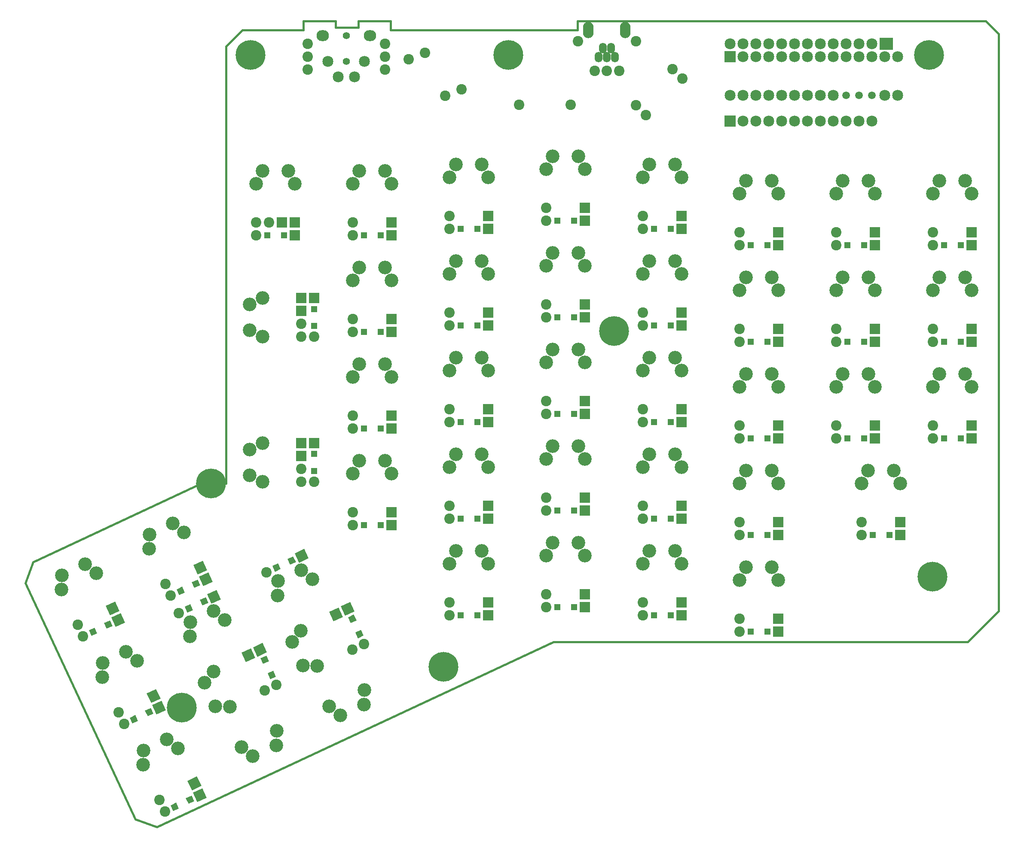
<source format=gbs>
G04 (created by PCBNEW (2013-07-07 BZR 4022)-stable) date 2016/07/10 20:03:31*
%MOIN*%
G04 Gerber Fmt 3.4, Leading zero omitted, Abs format*
%FSLAX34Y34*%
G01*
G70*
G90*
G04 APERTURE LIST*
%ADD10C,0.00590551*%
%ADD11C,0.015*%
%ADD12C,0.085*%
%ADD13R,0.085X0.085*%
%ADD14C,0.059*%
%ADD15C,0.081*%
%ADD16R,0.081X0.081*%
%ADD17O,0.061X0.081*%
%ADD18O,0.083X0.126*%
%ADD19C,0.106*%
%ADD20R,0.056X0.096*%
%ADD21O,0.097X0.085*%
%ADD22C,0.055*%
%ADD23R,0.049X0.049*%
%ADD24C,0.231*%
G04 APERTURE END LIST*
G54D10*
G54D11*
X82200Y-60200D02*
X77400Y-60200D01*
X84600Y-57800D02*
X82200Y-60200D01*
X84600Y-45600D02*
X84600Y-57800D01*
X84600Y-31000D02*
X84600Y-45600D01*
X84600Y-13000D02*
X84600Y-31000D01*
X83600Y-12000D02*
X84600Y-13000D01*
X56400Y-12000D02*
X83600Y-12000D01*
X50060Y-60200D02*
X77320Y-60200D01*
X56460Y-12000D02*
X51930Y-12000D01*
X51930Y-12000D02*
X51930Y-12700D01*
X51930Y-12700D02*
X37420Y-12700D01*
X37420Y-12700D02*
X37420Y-12000D01*
X37420Y-12000D02*
X34925Y-12000D01*
X34925Y-12000D02*
X34925Y-12500D01*
X34925Y-12500D02*
X33155Y-12500D01*
X33155Y-12500D02*
X33155Y-12000D01*
X33155Y-12000D02*
X30660Y-12000D01*
X30660Y-12000D02*
X30660Y-12700D01*
X30660Y-12700D02*
X25910Y-12700D01*
X25910Y-12700D02*
X24650Y-13950D01*
X24650Y-13950D02*
X24650Y-47900D01*
X24650Y-47900D02*
X22720Y-47900D01*
X22720Y-47900D02*
X9692Y-53975D01*
X9692Y-53975D02*
X9087Y-55636D01*
X9087Y-55636D02*
X17624Y-73944D01*
X17624Y-73944D02*
X19285Y-74548D01*
X19285Y-74548D02*
X50060Y-60200D01*
G54D12*
X64750Y-14750D03*
X65750Y-14750D03*
X66750Y-14750D03*
X67750Y-14750D03*
X68750Y-14750D03*
X69750Y-14750D03*
X70750Y-14750D03*
X71750Y-14750D03*
X72750Y-14750D03*
X73750Y-14750D03*
X74750Y-14750D03*
X75750Y-14750D03*
X76750Y-14750D03*
G54D13*
X63750Y-14750D03*
G54D12*
X76750Y-17750D03*
X75750Y-17750D03*
G54D14*
X74750Y-17750D03*
X73750Y-17750D03*
X72750Y-17750D03*
G54D12*
X71750Y-17750D03*
X70750Y-17750D03*
X69750Y-17750D03*
X68750Y-17750D03*
X67750Y-17750D03*
X66750Y-17750D03*
X65750Y-17750D03*
X64750Y-17750D03*
X63750Y-17750D03*
G54D15*
X21000Y-57947D03*
G54D10*
G36*
X21647Y-57916D02*
X21440Y-57472D01*
X21884Y-57265D01*
X22091Y-57709D01*
X21647Y-57916D01*
X21647Y-57916D01*
G37*
G36*
X23523Y-57218D02*
X23181Y-56484D01*
X23915Y-56141D01*
X24257Y-56875D01*
X23523Y-57218D01*
X23523Y-57218D01*
G37*
G36*
X22835Y-57362D02*
X22628Y-56918D01*
X23072Y-56711D01*
X23279Y-57155D01*
X22835Y-57362D01*
X22835Y-57362D01*
G37*
G54D15*
X27797Y-54777D03*
G54D10*
G36*
X28444Y-54746D02*
X28237Y-54302D01*
X28681Y-54095D01*
X28888Y-54539D01*
X28444Y-54746D01*
X28444Y-54746D01*
G37*
G36*
X30320Y-54048D02*
X29978Y-53314D01*
X30712Y-52971D01*
X31054Y-53705D01*
X30320Y-54048D01*
X30320Y-54048D01*
G37*
G36*
X29632Y-54192D02*
X29425Y-53748D01*
X29869Y-53541D01*
X30076Y-53985D01*
X29632Y-54192D01*
X29632Y-54192D01*
G37*
G54D15*
X30500Y-46754D03*
G54D16*
X30500Y-45754D03*
G54D15*
X30500Y-35504D03*
G54D16*
X30500Y-34504D03*
G54D15*
X28000Y-27630D03*
G54D16*
X29000Y-27630D03*
G54D17*
X54820Y-14785D03*
X54505Y-14097D03*
X54190Y-14785D03*
X53875Y-14097D03*
X53560Y-14785D03*
G54D18*
X52754Y-12689D03*
X55626Y-12689D03*
G54D15*
X55140Y-15850D03*
X56440Y-13550D03*
X54190Y-15850D03*
X51940Y-13550D03*
X53240Y-15850D03*
G54D19*
X30486Y-54627D03*
X28642Y-56590D03*
X31361Y-55322D03*
X28673Y-55473D03*
X23689Y-57797D03*
X21845Y-59760D03*
X24564Y-58492D03*
X21876Y-58643D03*
X33533Y-65896D03*
X35377Y-63933D03*
X32658Y-65201D03*
X35346Y-65050D03*
X26735Y-69065D03*
X28579Y-67102D03*
X25860Y-68370D03*
X28548Y-68219D03*
G54D15*
X60039Y-16460D03*
X57210Y-19289D03*
X59289Y-15710D03*
X56460Y-18539D03*
X51375Y-18500D03*
X47375Y-18500D03*
X40085Y-14460D03*
X42914Y-17289D03*
X38835Y-14960D03*
X41664Y-17789D03*
X31000Y-15750D03*
X31000Y-14750D03*
X31000Y-13750D03*
X37000Y-15750D03*
X37000Y-14750D03*
X37000Y-13750D03*
G54D13*
X63750Y-19750D03*
G54D12*
X64750Y-19750D03*
X65750Y-19750D03*
X66750Y-19750D03*
X67750Y-19750D03*
X68750Y-19750D03*
X69750Y-19750D03*
X70750Y-19750D03*
X71750Y-19750D03*
X72750Y-19750D03*
X73750Y-19750D03*
X74750Y-19750D03*
X74750Y-13750D03*
X73750Y-13750D03*
X72750Y-13750D03*
X71750Y-13750D03*
X70750Y-13750D03*
X69750Y-13750D03*
X68750Y-13750D03*
X65750Y-13750D03*
X64750Y-13750D03*
X63750Y-13750D03*
X67750Y-13750D03*
X66750Y-13750D03*
G54D20*
X75625Y-13750D03*
X76125Y-13750D03*
G54D21*
X35810Y-13140D03*
G54D12*
X32560Y-15110D03*
X34610Y-16330D03*
G54D21*
X32150Y-13140D03*
G54D12*
X33350Y-16330D03*
X35400Y-15110D03*
G54D22*
X33980Y-13140D03*
X33980Y-15110D03*
G54D19*
X29500Y-23630D03*
X27000Y-24630D03*
X30000Y-24630D03*
X27500Y-23630D03*
G54D15*
X27000Y-27630D03*
G54D16*
X30000Y-27630D03*
G54D15*
X27000Y-28630D03*
G54D16*
X30000Y-28630D03*
G54D23*
X27845Y-28630D03*
X29155Y-28630D03*
G54D19*
X26500Y-34004D03*
X27500Y-36504D03*
X27500Y-33504D03*
X26500Y-36004D03*
G54D15*
X30500Y-36504D03*
G54D16*
X30500Y-33504D03*
G54D15*
X31500Y-36504D03*
G54D16*
X31500Y-33504D03*
G54D23*
X31500Y-35659D03*
X31500Y-34349D03*
G54D19*
X26500Y-45254D03*
X27500Y-47754D03*
X27500Y-44754D03*
X26500Y-47254D03*
G54D15*
X30500Y-47754D03*
G54D16*
X30500Y-44754D03*
G54D15*
X31500Y-47754D03*
G54D16*
X31500Y-44754D03*
G54D23*
X31500Y-46909D03*
X31500Y-45599D03*
G54D19*
X37000Y-31129D03*
X34500Y-32129D03*
X37500Y-32129D03*
X35000Y-31129D03*
G54D15*
X34500Y-35129D03*
G54D16*
X37500Y-35129D03*
G54D15*
X34500Y-36129D03*
G54D16*
X37500Y-36129D03*
G54D23*
X35345Y-36129D03*
X36655Y-36129D03*
G54D19*
X16891Y-60966D03*
X15047Y-62929D03*
X17766Y-61661D03*
X15078Y-61812D03*
G54D15*
X16315Y-65648D03*
G54D10*
G36*
X18838Y-64918D02*
X18496Y-64184D01*
X19230Y-63842D01*
X19572Y-64576D01*
X18838Y-64918D01*
X18838Y-64918D01*
G37*
G54D15*
X16738Y-66554D03*
G54D10*
G36*
X19261Y-65825D02*
X18919Y-65091D01*
X19653Y-64748D01*
X19995Y-65482D01*
X19261Y-65825D01*
X19261Y-65825D01*
G37*
G36*
X17385Y-66523D02*
X17178Y-66079D01*
X17622Y-65872D01*
X17829Y-66316D01*
X17385Y-66523D01*
X17385Y-66523D01*
G37*
G36*
X18572Y-65969D02*
X18365Y-65525D01*
X18809Y-65318D01*
X19017Y-65762D01*
X18572Y-65969D01*
X18572Y-65969D01*
G37*
G54D19*
X20061Y-67764D03*
X18217Y-69727D03*
X20936Y-68459D03*
X18248Y-68610D03*
G54D15*
X19485Y-72446D03*
G54D10*
G36*
X22008Y-71716D02*
X21666Y-70982D01*
X22400Y-70640D01*
X22742Y-71374D01*
X22008Y-71716D01*
X22008Y-71716D01*
G37*
G54D15*
X19908Y-73352D03*
G54D10*
G36*
X22431Y-72623D02*
X22089Y-71889D01*
X22823Y-71546D01*
X23165Y-72280D01*
X22431Y-72623D01*
X22431Y-72623D01*
G37*
G36*
X20555Y-73321D02*
X20348Y-72877D01*
X20792Y-72670D01*
X20999Y-73114D01*
X20555Y-73321D01*
X20555Y-73321D01*
G37*
G36*
X21742Y-72767D02*
X21535Y-72323D01*
X21979Y-72116D01*
X22187Y-72560D01*
X21742Y-72767D01*
X21742Y-72767D01*
G37*
G54D19*
X13722Y-54169D03*
X11878Y-56132D03*
X14597Y-54864D03*
X11909Y-55015D03*
G54D15*
X13146Y-58851D03*
G54D10*
G36*
X15669Y-58121D02*
X15327Y-57387D01*
X16061Y-57045D01*
X16403Y-57779D01*
X15669Y-58121D01*
X15669Y-58121D01*
G37*
G54D15*
X13569Y-59757D03*
G54D10*
G36*
X16092Y-59028D02*
X15750Y-58294D01*
X16484Y-57951D01*
X16826Y-58685D01*
X16092Y-59028D01*
X16092Y-59028D01*
G37*
G36*
X14216Y-59726D02*
X14009Y-59282D01*
X14453Y-59075D01*
X14660Y-59519D01*
X14216Y-59726D01*
X14216Y-59726D01*
G37*
G36*
X15403Y-59172D02*
X15196Y-58728D01*
X15640Y-58521D01*
X15848Y-58965D01*
X15403Y-59172D01*
X15403Y-59172D01*
G37*
G54D19*
X20519Y-51000D03*
X18675Y-52963D03*
X21394Y-51695D03*
X18706Y-51846D03*
G54D15*
X19943Y-55682D03*
G54D10*
G36*
X22466Y-54952D02*
X22124Y-54218D01*
X22858Y-53876D01*
X23200Y-54610D01*
X22466Y-54952D01*
X22466Y-54952D01*
G37*
G54D15*
X20366Y-56588D03*
G54D10*
G36*
X22889Y-55859D02*
X22547Y-55125D01*
X23281Y-54782D01*
X23623Y-55516D01*
X22889Y-55859D01*
X22889Y-55859D01*
G37*
G36*
X21013Y-56557D02*
X20806Y-56113D01*
X21250Y-55906D01*
X21457Y-56350D01*
X21013Y-56557D01*
X21013Y-56557D01*
G37*
G36*
X22200Y-56003D02*
X21993Y-55559D01*
X22437Y-55352D01*
X22645Y-55796D01*
X22200Y-56003D01*
X22200Y-56003D01*
G37*
G54D19*
X67000Y-24380D03*
X64500Y-25380D03*
X67500Y-25380D03*
X65000Y-24380D03*
G54D15*
X64500Y-28380D03*
G54D16*
X67500Y-28380D03*
G54D15*
X64500Y-29380D03*
G54D16*
X67500Y-29380D03*
G54D23*
X65345Y-29380D03*
X66655Y-29380D03*
G54D19*
X59500Y-23129D03*
X57000Y-24129D03*
X60000Y-24129D03*
X57500Y-23129D03*
G54D15*
X57000Y-27129D03*
G54D16*
X60000Y-27129D03*
G54D15*
X57000Y-28129D03*
G54D16*
X60000Y-28129D03*
G54D23*
X57845Y-28129D03*
X59155Y-28129D03*
G54D19*
X52000Y-22500D03*
X49500Y-23500D03*
X52500Y-23500D03*
X50000Y-22500D03*
G54D15*
X49500Y-26500D03*
G54D16*
X52500Y-26500D03*
G54D15*
X49500Y-27500D03*
G54D16*
X52500Y-27500D03*
G54D23*
X50345Y-27500D03*
X51655Y-27500D03*
G54D19*
X44500Y-23129D03*
X42000Y-24129D03*
X45000Y-24129D03*
X42500Y-23129D03*
G54D15*
X42000Y-27129D03*
G54D16*
X45000Y-27129D03*
G54D15*
X42000Y-28129D03*
G54D16*
X45000Y-28129D03*
G54D23*
X42845Y-28129D03*
X44155Y-28129D03*
G54D19*
X59500Y-53129D03*
X57000Y-54129D03*
X60000Y-54129D03*
X57500Y-53129D03*
G54D15*
X57000Y-57129D03*
G54D16*
X60000Y-57129D03*
G54D15*
X57000Y-58129D03*
G54D16*
X60000Y-58129D03*
G54D23*
X57845Y-58129D03*
X59155Y-58129D03*
G54D19*
X67000Y-31879D03*
X64500Y-32879D03*
X67500Y-32879D03*
X65000Y-31879D03*
G54D15*
X64500Y-35879D03*
G54D16*
X67500Y-35879D03*
G54D15*
X64500Y-36879D03*
G54D16*
X67500Y-36879D03*
G54D23*
X65345Y-36879D03*
X66655Y-36879D03*
G54D19*
X52000Y-30000D03*
X49500Y-31000D03*
X52500Y-31000D03*
X50000Y-30000D03*
G54D15*
X49500Y-34000D03*
G54D16*
X52500Y-34000D03*
G54D15*
X49500Y-35000D03*
G54D16*
X52500Y-35000D03*
G54D23*
X50345Y-35000D03*
X51655Y-35000D03*
G54D19*
X44500Y-30629D03*
X42000Y-31629D03*
X45000Y-31629D03*
X42500Y-30629D03*
G54D15*
X42000Y-34629D03*
G54D16*
X45000Y-34629D03*
G54D15*
X42000Y-35629D03*
G54D16*
X45000Y-35629D03*
G54D23*
X42845Y-35629D03*
X44155Y-35629D03*
G54D19*
X67000Y-39379D03*
X64500Y-40379D03*
X67500Y-40379D03*
X65000Y-39379D03*
G54D15*
X64500Y-43379D03*
G54D16*
X67500Y-43379D03*
G54D15*
X64500Y-44379D03*
G54D16*
X67500Y-44379D03*
G54D23*
X65345Y-44379D03*
X66655Y-44379D03*
G54D19*
X59500Y-38129D03*
X57000Y-39129D03*
X60000Y-39129D03*
X57500Y-38129D03*
G54D15*
X57000Y-42129D03*
G54D16*
X60000Y-42129D03*
G54D15*
X57000Y-43129D03*
G54D16*
X60000Y-43129D03*
G54D23*
X57845Y-43129D03*
X59155Y-43129D03*
G54D19*
X52000Y-37500D03*
X49500Y-38500D03*
X52500Y-38500D03*
X50000Y-37500D03*
G54D15*
X49500Y-41500D03*
G54D16*
X52500Y-41500D03*
G54D15*
X49500Y-42500D03*
G54D16*
X52500Y-42500D03*
G54D23*
X50345Y-42500D03*
X51655Y-42500D03*
G54D19*
X44500Y-38129D03*
X42000Y-39129D03*
X45000Y-39129D03*
X42500Y-38129D03*
G54D15*
X42000Y-42129D03*
G54D16*
X45000Y-42129D03*
G54D15*
X42000Y-43129D03*
G54D16*
X45000Y-43129D03*
G54D23*
X42845Y-43129D03*
X44155Y-43129D03*
G54D19*
X37000Y-38629D03*
X34500Y-39629D03*
X37500Y-39629D03*
X35000Y-38629D03*
G54D15*
X34500Y-42629D03*
G54D16*
X37500Y-42629D03*
G54D15*
X34500Y-43629D03*
G54D16*
X37500Y-43629D03*
G54D23*
X35345Y-43629D03*
X36655Y-43629D03*
G54D19*
X67000Y-46879D03*
X64500Y-47879D03*
X67500Y-47879D03*
X65000Y-46879D03*
G54D15*
X64500Y-50879D03*
G54D16*
X67500Y-50879D03*
G54D15*
X64500Y-51879D03*
G54D16*
X67500Y-51879D03*
G54D23*
X65345Y-51879D03*
X66655Y-51879D03*
G54D19*
X59500Y-45629D03*
X57000Y-46629D03*
X60000Y-46629D03*
X57500Y-45629D03*
G54D15*
X57000Y-49629D03*
G54D16*
X60000Y-49629D03*
G54D15*
X57000Y-50629D03*
G54D16*
X60000Y-50629D03*
G54D23*
X57845Y-50629D03*
X59155Y-50629D03*
G54D19*
X52000Y-45000D03*
X49500Y-46000D03*
X52500Y-46000D03*
X50000Y-45000D03*
G54D15*
X49500Y-49000D03*
G54D16*
X52500Y-49000D03*
G54D15*
X49500Y-50000D03*
G54D16*
X52500Y-50000D03*
G54D23*
X50345Y-50000D03*
X51655Y-50000D03*
G54D19*
X44500Y-45629D03*
X42000Y-46629D03*
X45000Y-46629D03*
X42500Y-45629D03*
G54D15*
X42000Y-49629D03*
G54D16*
X45000Y-49629D03*
G54D15*
X42000Y-50629D03*
G54D16*
X45000Y-50629D03*
G54D23*
X42845Y-50629D03*
X44155Y-50629D03*
G54D19*
X37000Y-46129D03*
X34500Y-47129D03*
X37500Y-47129D03*
X35000Y-46129D03*
G54D15*
X34500Y-50129D03*
G54D16*
X37500Y-50129D03*
G54D15*
X34500Y-51129D03*
G54D16*
X37500Y-51129D03*
G54D23*
X35345Y-51129D03*
X36655Y-51129D03*
G54D19*
X67000Y-54379D03*
X64500Y-55379D03*
X67500Y-55379D03*
X65000Y-54379D03*
G54D15*
X64500Y-58379D03*
G54D16*
X67500Y-58379D03*
G54D15*
X64500Y-59379D03*
G54D16*
X67500Y-59379D03*
G54D23*
X65345Y-59379D03*
X66655Y-59379D03*
G54D19*
X52000Y-52500D03*
X49500Y-53500D03*
X52500Y-53500D03*
X50000Y-52500D03*
G54D15*
X49500Y-56500D03*
G54D16*
X52500Y-56500D03*
G54D15*
X49500Y-57500D03*
G54D16*
X52500Y-57500D03*
G54D23*
X50345Y-57500D03*
X51655Y-57500D03*
G54D19*
X44500Y-53129D03*
X42000Y-54129D03*
X45000Y-54129D03*
X42500Y-53129D03*
G54D15*
X42000Y-57129D03*
G54D16*
X45000Y-57129D03*
G54D15*
X42000Y-58129D03*
G54D16*
X45000Y-58129D03*
G54D23*
X42845Y-58129D03*
X44155Y-58129D03*
G54D19*
X29773Y-60200D03*
X31736Y-62044D03*
X30468Y-59325D03*
X30619Y-62013D03*
G54D15*
X34455Y-60776D03*
G54D10*
G36*
X33725Y-58253D02*
X32991Y-58595D01*
X32649Y-57861D01*
X33383Y-57519D01*
X33725Y-58253D01*
X33725Y-58253D01*
G37*
G54D15*
X35361Y-60353D03*
G54D10*
G36*
X34632Y-57830D02*
X33898Y-58172D01*
X33555Y-57438D01*
X34289Y-57096D01*
X34632Y-57830D01*
X34632Y-57830D01*
G37*
G36*
X35330Y-59706D02*
X34886Y-59913D01*
X34679Y-59469D01*
X35123Y-59262D01*
X35330Y-59706D01*
X35330Y-59706D01*
G37*
G36*
X34776Y-58519D02*
X34332Y-58726D01*
X34125Y-58282D01*
X34569Y-58074D01*
X34776Y-58519D01*
X34776Y-58519D01*
G37*
G54D19*
X22976Y-63370D03*
X24939Y-65214D03*
X23671Y-62495D03*
X23822Y-65183D03*
G54D15*
X27658Y-63946D03*
G54D10*
G36*
X26928Y-61423D02*
X26194Y-61765D01*
X25852Y-61031D01*
X26586Y-60689D01*
X26928Y-61423D01*
X26928Y-61423D01*
G37*
G54D15*
X28564Y-63523D03*
G54D10*
G36*
X27835Y-61000D02*
X27101Y-61342D01*
X26758Y-60608D01*
X27492Y-60266D01*
X27835Y-61000D01*
X27835Y-61000D01*
G37*
G36*
X28533Y-62876D02*
X28089Y-63083D01*
X27882Y-62639D01*
X28326Y-62432D01*
X28533Y-62876D01*
X28533Y-62876D01*
G37*
G36*
X27979Y-61689D02*
X27535Y-61896D01*
X27328Y-61452D01*
X27772Y-61244D01*
X27979Y-61689D01*
X27979Y-61689D01*
G37*
G54D19*
X59500Y-30629D03*
X57000Y-31629D03*
X60000Y-31629D03*
X57500Y-30629D03*
G54D15*
X57000Y-34629D03*
G54D16*
X60000Y-34629D03*
G54D15*
X57000Y-35629D03*
G54D16*
X60000Y-35629D03*
G54D23*
X57845Y-35629D03*
X59155Y-35629D03*
G54D19*
X37000Y-23630D03*
X34500Y-24630D03*
X37500Y-24630D03*
X35000Y-23630D03*
G54D15*
X34500Y-27630D03*
G54D16*
X37500Y-27630D03*
G54D15*
X34500Y-28630D03*
G54D16*
X37500Y-28630D03*
G54D23*
X35345Y-28630D03*
X36655Y-28630D03*
G54D24*
X21220Y-65290D03*
X23490Y-47900D03*
X41510Y-62110D03*
X79440Y-55140D03*
X54740Y-36060D03*
X79190Y-14620D03*
X46540Y-14620D03*
X26540Y-14620D03*
G54D19*
X74500Y-24380D03*
X72000Y-25380D03*
X75000Y-25380D03*
X72500Y-24380D03*
G54D15*
X72000Y-28380D03*
G54D16*
X75000Y-28380D03*
G54D15*
X72000Y-29380D03*
G54D16*
X75000Y-29380D03*
G54D23*
X72845Y-29380D03*
X74155Y-29380D03*
G54D19*
X74500Y-31878D03*
X72000Y-32878D03*
X75000Y-32878D03*
X72500Y-31878D03*
G54D15*
X72000Y-35878D03*
G54D16*
X75000Y-35878D03*
G54D15*
X72000Y-36878D03*
G54D16*
X75000Y-36878D03*
G54D23*
X72845Y-36878D03*
X74155Y-36878D03*
G54D19*
X74500Y-39378D03*
X72000Y-40378D03*
X75000Y-40378D03*
X72500Y-39378D03*
G54D15*
X72000Y-43378D03*
G54D16*
X75000Y-43378D03*
G54D15*
X72000Y-44378D03*
G54D16*
X75000Y-44378D03*
G54D23*
X72845Y-44378D03*
X74155Y-44378D03*
G54D19*
X82000Y-24380D03*
X79500Y-25380D03*
X82500Y-25380D03*
X80000Y-24380D03*
G54D15*
X79500Y-28380D03*
G54D16*
X82500Y-28380D03*
G54D15*
X79500Y-29380D03*
G54D16*
X82500Y-29380D03*
G54D23*
X80345Y-29380D03*
X81655Y-29380D03*
G54D19*
X82000Y-31878D03*
X79500Y-32878D03*
X82500Y-32878D03*
X80000Y-31878D03*
G54D15*
X79500Y-35878D03*
G54D16*
X82500Y-35878D03*
G54D15*
X79500Y-36878D03*
G54D16*
X82500Y-36878D03*
G54D23*
X80345Y-36878D03*
X81655Y-36878D03*
G54D19*
X82000Y-39378D03*
X79500Y-40378D03*
X82500Y-40378D03*
X80000Y-39378D03*
G54D15*
X79500Y-43378D03*
G54D16*
X82500Y-43378D03*
G54D15*
X79500Y-44378D03*
G54D16*
X82500Y-44378D03*
G54D23*
X80345Y-44378D03*
X81655Y-44378D03*
G54D19*
X76468Y-46878D03*
X73968Y-47878D03*
X76968Y-47878D03*
X74468Y-46878D03*
G54D15*
X73968Y-50878D03*
G54D16*
X76968Y-50878D03*
G54D15*
X73968Y-51878D03*
G54D16*
X76968Y-51878D03*
G54D23*
X74813Y-51878D03*
X76123Y-51878D03*
M02*

</source>
